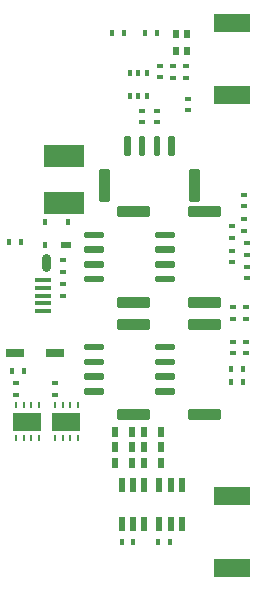
<source format=gbr>
G04 EAGLE Gerber RS-274X export*
G75*
%MOMM*%
%FSLAX34Y34*%
%LPD*%
%AMOC8*
5,1,8,0,0,1.08239X$1,22.5*%
G01*
%ADD10R,0.549200X0.449200*%
%ADD11R,2.399200X1.599200*%
%ADD12R,0.249200X0.474200*%
%ADD13R,1.100000X0.650000*%
%ADD14C,0.446122*%
%ADD15C,0.247138*%
%ADD16R,0.584200X1.219200*%
%ADD17R,0.449200X0.549200*%
%ADD18R,0.549200X0.849200*%
%ADD19R,1.549200X0.749200*%
%ADD20R,0.599200X0.799200*%
%ADD21R,1.449200X0.399200*%
%ADD22C,0.749200*%
%ADD23R,0.849200X0.549200*%
%ADD24R,3.049200X1.549200*%
%ADD25R,3.399200X1.849200*%
%ADD26R,0.349200X0.549200*%


D10*
X-67000Y166750D03*
X-67000Y156750D03*
X-28500Y-49000D03*
X-28500Y-39000D03*
X-17500Y-10000D03*
X-17500Y-20000D03*
X-17500Y-49000D03*
X-17500Y-39000D03*
X-28500Y-10000D03*
X-28500Y-20000D03*
X-16750Y24500D03*
X-16750Y14500D03*
X-19750Y64500D03*
X-19750Y54500D03*
X-16750Y34500D03*
X-16750Y44500D03*
X-19750Y75500D03*
X-19750Y85500D03*
D11*
X-170000Y-107000D03*
D12*
X-166750Y-121000D03*
X-173250Y-121000D03*
X-160250Y-121000D03*
X-179750Y-121000D03*
X-166750Y-93000D03*
X-173250Y-93000D03*
X-160250Y-93000D03*
X-179750Y-93000D03*
D13*
X-170000Y-107000D03*
D10*
X-212750Y-84000D03*
X-212750Y-74000D03*
D14*
X-65016Y-21234D02*
X-41984Y-21234D01*
X-41984Y-26266D01*
X-65016Y-26266D01*
X-65016Y-21234D01*
X-65016Y-22028D02*
X-41984Y-22028D01*
X-41984Y-97734D02*
X-65016Y-97734D01*
X-41984Y-97734D02*
X-41984Y-102766D01*
X-65016Y-102766D01*
X-65016Y-97734D01*
X-65016Y-98528D02*
X-41984Y-98528D01*
D15*
X-94011Y-44761D02*
X-94011Y-41739D01*
X-79989Y-41739D01*
X-79989Y-44761D01*
X-94011Y-44761D01*
X-94011Y-42414D02*
X-79989Y-42414D01*
X-94011Y-54239D02*
X-94011Y-57261D01*
X-94011Y-54239D02*
X-79989Y-54239D01*
X-79989Y-57261D01*
X-94011Y-57261D01*
X-94011Y-54914D02*
X-79989Y-54914D01*
X-94011Y-66739D02*
X-94011Y-69761D01*
X-94011Y-66739D02*
X-79989Y-66739D01*
X-79989Y-69761D01*
X-94011Y-69761D01*
X-94011Y-67414D02*
X-79989Y-67414D01*
X-94011Y-79239D02*
X-94011Y-82261D01*
X-94011Y-79239D02*
X-79989Y-79239D01*
X-79989Y-82261D01*
X-94011Y-82261D01*
X-94011Y-79914D02*
X-79989Y-79914D01*
D14*
X-101984Y-21234D02*
X-125016Y-21234D01*
X-101984Y-21234D02*
X-101984Y-26266D01*
X-125016Y-26266D01*
X-125016Y-21234D01*
X-125016Y-22028D02*
X-101984Y-22028D01*
X-101984Y-97734D02*
X-125016Y-97734D01*
X-101984Y-97734D02*
X-101984Y-102766D01*
X-125016Y-102766D01*
X-125016Y-97734D01*
X-125016Y-98528D02*
X-101984Y-98528D01*
D15*
X-154011Y-44761D02*
X-154011Y-41739D01*
X-139989Y-41739D01*
X-139989Y-44761D01*
X-154011Y-44761D01*
X-154011Y-42414D02*
X-139989Y-42414D01*
X-154011Y-54239D02*
X-154011Y-57261D01*
X-154011Y-54239D02*
X-139989Y-54239D01*
X-139989Y-57261D01*
X-154011Y-57261D01*
X-154011Y-54914D02*
X-139989Y-54914D01*
X-154011Y-66739D02*
X-154011Y-69761D01*
X-154011Y-66739D02*
X-139989Y-66739D01*
X-139989Y-69761D01*
X-154011Y-69761D01*
X-154011Y-67414D02*
X-139989Y-67414D01*
X-154011Y-79239D02*
X-154011Y-82261D01*
X-154011Y-79239D02*
X-139989Y-79239D01*
X-139989Y-82261D01*
X-154011Y-82261D01*
X-154011Y-79914D02*
X-139989Y-79914D01*
D11*
X-203000Y-107000D03*
D12*
X-199750Y-121000D03*
X-206250Y-121000D03*
X-193250Y-121000D03*
X-212750Y-121000D03*
X-199750Y-93000D03*
X-206250Y-93000D03*
X-193250Y-93000D03*
X-212750Y-93000D03*
D13*
X-203000Y-107000D03*
D10*
X-179750Y-84250D03*
X-179750Y-74250D03*
D14*
X-65016Y73766D02*
X-41984Y73766D01*
X-41984Y68734D01*
X-65016Y68734D01*
X-65016Y73766D01*
X-65016Y72972D02*
X-41984Y72972D01*
X-41984Y-2734D02*
X-65016Y-2734D01*
X-41984Y-2734D02*
X-41984Y-7766D01*
X-65016Y-7766D01*
X-65016Y-2734D01*
X-65016Y-3528D02*
X-41984Y-3528D01*
D15*
X-94011Y50239D02*
X-94011Y53261D01*
X-79989Y53261D01*
X-79989Y50239D01*
X-94011Y50239D01*
X-94011Y52586D02*
X-79989Y52586D01*
X-94011Y40761D02*
X-94011Y37739D01*
X-94011Y40761D02*
X-79989Y40761D01*
X-79989Y37739D01*
X-94011Y37739D01*
X-94011Y40086D02*
X-79989Y40086D01*
X-94011Y28261D02*
X-94011Y25239D01*
X-94011Y28261D02*
X-79989Y28261D01*
X-79989Y25239D01*
X-94011Y25239D01*
X-94011Y27586D02*
X-79989Y27586D01*
X-94011Y15761D02*
X-94011Y12739D01*
X-94011Y15761D02*
X-79989Y15761D01*
X-79989Y12739D01*
X-94011Y12739D01*
X-94011Y15086D02*
X-79989Y15086D01*
D14*
X-101984Y73766D02*
X-125016Y73766D01*
X-101984Y73766D02*
X-101984Y68734D01*
X-125016Y68734D01*
X-125016Y73766D01*
X-125016Y72972D02*
X-101984Y72972D01*
X-101984Y-2734D02*
X-125016Y-2734D01*
X-101984Y-2734D02*
X-101984Y-7766D01*
X-125016Y-7766D01*
X-125016Y-2734D01*
X-125016Y-3528D02*
X-101984Y-3528D01*
D15*
X-154011Y50239D02*
X-154011Y53261D01*
X-139989Y53261D01*
X-139989Y50239D01*
X-154011Y50239D01*
X-154011Y52586D02*
X-139989Y52586D01*
X-154011Y40761D02*
X-154011Y37739D01*
X-154011Y40761D02*
X-139989Y40761D01*
X-139989Y37739D01*
X-154011Y37739D01*
X-154011Y40086D02*
X-139989Y40086D01*
X-154011Y28261D02*
X-154011Y25239D01*
X-154011Y28261D02*
X-139989Y28261D01*
X-139989Y25239D01*
X-154011Y25239D01*
X-154011Y27586D02*
X-139989Y27586D01*
X-154011Y15761D02*
X-154011Y12739D01*
X-154011Y15761D02*
X-139989Y15761D01*
X-139989Y12739D01*
X-154011Y12739D01*
X-154011Y15086D02*
X-139989Y15086D01*
D16*
X-81750Y-193500D03*
X-81750Y-160500D03*
X-72250Y-193500D03*
X-72250Y-160500D03*
X-91250Y-193500D03*
X-91250Y-160500D03*
X-113500Y-193500D03*
X-113500Y-160500D03*
X-104000Y-193500D03*
X-104000Y-160500D03*
X-123000Y-193500D03*
X-123000Y-160500D03*
D17*
X-123250Y-208500D03*
X-113250Y-208500D03*
X-92000Y-208500D03*
X-82000Y-208500D03*
D18*
X-114500Y-115500D03*
X-129000Y-115500D03*
X-114500Y-128500D03*
X-129000Y-128500D03*
X-104250Y-115500D03*
X-89750Y-115500D03*
X-104250Y-128500D03*
X-89750Y-128500D03*
X-104250Y-141500D03*
X-89750Y-141500D03*
X-114500Y-141500D03*
X-129000Y-141500D03*
D19*
X-179250Y-48750D03*
X-213250Y-48750D03*
D10*
X-173000Y10000D03*
X-173000Y0D03*
X-173000Y30250D03*
X-173000Y20250D03*
D20*
X-68250Y221250D03*
X-76750Y221250D03*
X-68250Y206750D03*
X-76750Y206750D03*
D10*
X-30000Y38000D03*
X-30000Y28000D03*
D17*
X-20500Y-62000D03*
X-30500Y-62000D03*
D10*
X-68500Y194500D03*
X-68500Y184500D03*
X-90500Y194750D03*
X-90500Y184750D03*
X-79500Y194500D03*
X-79500Y184500D03*
D17*
X-30500Y-73500D03*
X-20500Y-73500D03*
D10*
X-30000Y58500D03*
X-30000Y48500D03*
D21*
X-189500Y0D03*
X-189500Y-6500D03*
X-189500Y-13000D03*
X-189500Y6500D03*
X-189500Y13000D03*
D22*
X-187000Y24000D02*
X-187000Y32000D01*
D17*
X-168250Y62000D03*
D23*
X-170250Y43000D03*
D17*
X-188250Y43000D03*
X-188250Y62000D03*
D24*
X-30000Y-230500D03*
X-30000Y-169500D03*
X-30000Y230500D03*
X-30000Y169500D03*
D17*
X-216250Y-63500D03*
X-206250Y-63500D03*
D25*
X-172000Y118500D03*
X-172000Y78500D03*
D10*
X-106250Y156500D03*
X-106250Y146500D03*
D14*
X-59234Y105016D02*
X-59234Y81984D01*
X-64266Y81984D01*
X-64266Y105016D01*
X-59234Y105016D01*
X-59234Y86222D02*
X-64266Y86222D01*
X-64266Y90460D02*
X-59234Y90460D01*
X-59234Y94698D02*
X-64266Y94698D01*
X-64266Y98936D02*
X-59234Y98936D01*
X-59234Y103174D02*
X-64266Y103174D01*
X-135734Y105016D02*
X-135734Y81984D01*
X-140766Y81984D01*
X-140766Y105016D01*
X-135734Y105016D01*
X-135734Y86222D02*
X-140766Y86222D01*
X-140766Y90460D02*
X-135734Y90460D01*
X-135734Y94698D02*
X-140766Y94698D01*
X-140766Y98936D02*
X-135734Y98936D01*
X-135734Y103174D02*
X-140766Y103174D01*
D15*
X-82761Y134011D02*
X-79739Y134011D01*
X-79739Y119989D01*
X-82761Y119989D01*
X-82761Y134011D01*
X-82761Y122336D02*
X-79739Y122336D01*
X-79739Y124683D02*
X-82761Y124683D01*
X-82761Y127030D02*
X-79739Y127030D01*
X-79739Y129377D02*
X-82761Y129377D01*
X-82761Y131724D02*
X-79739Y131724D01*
X-92239Y134011D02*
X-95261Y134011D01*
X-92239Y134011D02*
X-92239Y119989D01*
X-95261Y119989D01*
X-95261Y134011D01*
X-95261Y122336D02*
X-92239Y122336D01*
X-92239Y124683D02*
X-95261Y124683D01*
X-95261Y127030D02*
X-92239Y127030D01*
X-92239Y129377D02*
X-95261Y129377D01*
X-95261Y131724D02*
X-92239Y131724D01*
X-104739Y134011D02*
X-107761Y134011D01*
X-104739Y134011D02*
X-104739Y119989D01*
X-107761Y119989D01*
X-107761Y134011D01*
X-107761Y122336D02*
X-104739Y122336D01*
X-104739Y124683D02*
X-107761Y124683D01*
X-107761Y127030D02*
X-104739Y127030D01*
X-104739Y129377D02*
X-107761Y129377D01*
X-107761Y131724D02*
X-104739Y131724D01*
X-117239Y134011D02*
X-120261Y134011D01*
X-117239Y134011D02*
X-117239Y119989D01*
X-120261Y119989D01*
X-120261Y134011D01*
X-120261Y122336D02*
X-117239Y122336D01*
X-117239Y124683D02*
X-120261Y124683D01*
X-120261Y127030D02*
X-117239Y127030D01*
X-117239Y129377D02*
X-120261Y129377D01*
X-120261Y131724D02*
X-117239Y131724D01*
D10*
X-93500Y156500D03*
X-93500Y146500D03*
D26*
X-109000Y188250D03*
X-109000Y169250D03*
D17*
X-116500Y188250D03*
X-101500Y188250D03*
X-101500Y169250D03*
X-116500Y169250D03*
X-131000Y222000D03*
X-121000Y222000D03*
X-93000Y222000D03*
X-103000Y222000D03*
X-218500Y45000D03*
X-208500Y45000D03*
M02*

</source>
